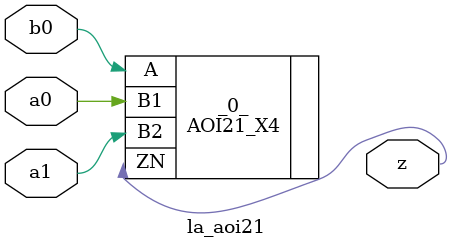
<source format=v>

/* Generated by Yosys 0.44 (git sha1 80ba43d26, g++ 11.4.0-1ubuntu1~22.04 -fPIC -O3) */

(* top =  1  *)
(* src = "generated" *)
module la_aoi21 (
    a0,
    a1,
    b0,
    z
);
  (* src = "generated" *)
  input a0;
  wire a0;
  (* src = "generated" *)
  input a1;
  wire a1;
  (* src = "generated" *)
  input b0;
  wire b0;
  (* src = "generated" *)
  output z;
  wire z;
  AOI21_X4 _0_ (
      .A (b0),
      .B1(a0),
      .B2(a1),
      .ZN(z)
  );
endmodule

</source>
